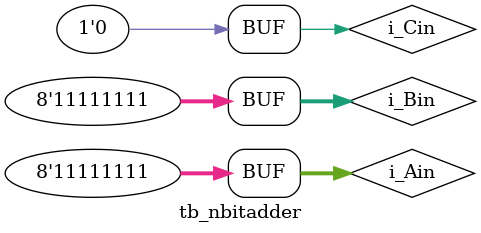
<source format=v>
`timescale 1ns / 1ps


    module tb_nbitadder();
        
       parameter [3:0] X=8; 
       reg [X-1:0] i_Ain=0;
       reg [X-1:0] i_Bin=0;
       reg i_Cin=1;
       wire  [X-1:0] o_Sum;
       wire  o_Carry;
       
 
        nbit_adder dut (
             .i_Ain    (i_Ain),
             .i_Bin    (i_Bin), 
             .i_Cin    (i_Cin),
             .o_Sum    (o_Sum), 
             .o_Carry  (o_Carry) 
            );
            
        initial begin
        
            i_Ain=8'b01010101;
            i_Bin=8'b10101010;
            i_Cin=0;
            #10;

            i_Ain=8'b01010101;
            i_Bin=8'b10101010;
            i_Cin=1;
            #10;
            
            i_Ain=8'b11111111;
            i_Bin=8'b11111111;
            i_Cin=0;
            #10;         
 
            i_Ain=8'b11111111;
            i_Bin=8'b11111111;
            i_Cin=0;
            #10;      
                           
        end
        

endmodule

</source>
